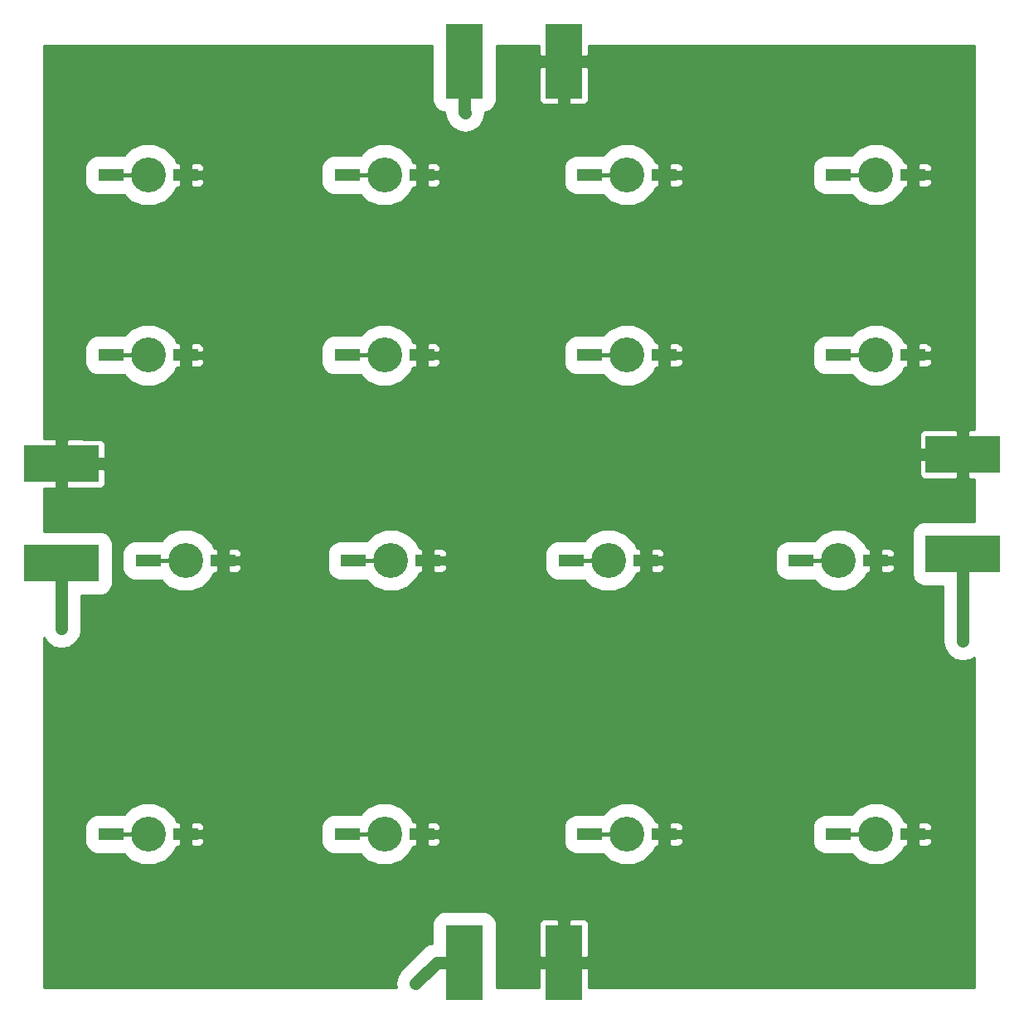
<source format=gbl>
G04 (created by PCBNEW-RS274X (2011-nov-30)-testing) date Sat 18 Aug 2012 05:52:09 PM EDT*
%MOIN*%
G04 Gerber Fmt 3.4, Leading zero omitted, Abs format*
%FSLAX34Y34*%
G01*
G70*
G90*
G04 APERTURE LIST*
%ADD10C,0.006*%
%ADD11C,0.015*%
%ADD12R,0.1X0.05*%
%ADD13C,0.14*%
%ADD14R,0.3X0.15*%
%ADD15R,0.15X0.3*%
%ADD16C,0.035*%
%ADD17C,0.05*%
%ADD18C,0.01*%
G04 APERTURE END LIST*
G54D10*
G54D11*
X74000Y-68000D02*
X74790Y-68000D01*
X64500Y-68000D02*
X65290Y-68000D01*
X93750Y-68000D02*
X94540Y-68000D01*
X83750Y-68000D02*
X84540Y-68000D01*
X66000Y-57000D02*
X66790Y-57000D01*
X92250Y-57000D02*
X93040Y-57000D01*
X83000Y-57000D02*
X83790Y-57000D01*
X74250Y-57000D02*
X75040Y-57000D01*
X64500Y-48750D02*
X65290Y-48750D01*
X93750Y-48750D02*
X94540Y-48750D01*
X83750Y-48750D02*
X84540Y-48750D01*
X74000Y-48750D02*
X74790Y-48750D01*
X64500Y-41500D02*
X65290Y-41500D01*
X93750Y-41500D02*
X94540Y-41500D01*
X83750Y-41500D02*
X84540Y-41500D01*
X74000Y-41500D02*
X74790Y-41500D01*
G54D12*
X77000Y-68000D03*
G54D13*
X75500Y-68000D03*
G54D12*
X74000Y-68000D03*
G54D14*
X98744Y-52724D03*
X98744Y-56724D03*
G54D15*
X82709Y-73154D03*
X78709Y-73154D03*
X82709Y-36933D03*
X78709Y-36933D03*
G54D14*
X62524Y-53118D03*
X62524Y-57118D03*
G54D12*
X67500Y-68000D03*
G54D13*
X66000Y-68000D03*
G54D12*
X64500Y-68000D03*
X96750Y-68000D03*
G54D13*
X95250Y-68000D03*
G54D12*
X93750Y-68000D03*
X86750Y-68000D03*
G54D13*
X85250Y-68000D03*
G54D12*
X83750Y-68000D03*
X69000Y-57000D03*
G54D13*
X67500Y-57000D03*
G54D12*
X66000Y-57000D03*
X95250Y-57000D03*
G54D13*
X93750Y-57000D03*
G54D12*
X92250Y-57000D03*
X86000Y-57000D03*
G54D13*
X84500Y-57000D03*
G54D12*
X83000Y-57000D03*
X77250Y-57000D03*
G54D13*
X75750Y-57000D03*
G54D12*
X74250Y-57000D03*
X67500Y-48750D03*
G54D13*
X66000Y-48750D03*
G54D12*
X64500Y-48750D03*
X96750Y-48750D03*
G54D13*
X95250Y-48750D03*
G54D12*
X93750Y-48750D03*
X86750Y-48750D03*
G54D13*
X85250Y-48750D03*
G54D12*
X83750Y-48750D03*
X77000Y-48750D03*
G54D13*
X75500Y-48750D03*
G54D12*
X74000Y-48750D03*
X67500Y-41500D03*
G54D13*
X66000Y-41500D03*
G54D12*
X64500Y-41500D03*
X96750Y-41500D03*
G54D13*
X95250Y-41500D03*
G54D12*
X93750Y-41500D03*
X86750Y-41500D03*
G54D13*
X85250Y-41500D03*
G54D12*
X83750Y-41500D03*
X77000Y-41500D03*
G54D13*
X75500Y-41500D03*
G54D12*
X74000Y-41500D03*
G54D16*
X76750Y-74000D03*
X98750Y-60250D03*
X78750Y-39000D03*
X62500Y-59750D03*
G54D17*
X78709Y-73154D02*
X77596Y-73154D01*
X77596Y-73154D02*
X76750Y-74000D01*
X98744Y-59500D02*
X98744Y-60244D01*
X98744Y-60244D02*
X98750Y-60250D01*
X98744Y-56724D02*
X98744Y-59500D01*
X98744Y-59500D02*
X98744Y-59994D01*
X98744Y-59994D02*
X98750Y-60000D01*
X78709Y-36933D02*
X78709Y-38959D01*
X78709Y-38959D02*
X78750Y-39000D01*
X62524Y-57118D02*
X62524Y-59726D01*
X62524Y-59726D02*
X62500Y-59750D01*
G54D10*
G36*
X99200Y-74178D02*
X97500Y-74178D01*
X97500Y-68187D01*
X97500Y-67813D01*
X97499Y-67799D01*
X97499Y-67700D01*
X97461Y-67609D01*
X97391Y-67539D01*
X97299Y-67501D01*
X97012Y-67500D01*
X96950Y-67562D01*
X96950Y-67875D01*
X97438Y-67875D01*
X97500Y-67813D01*
X97500Y-68187D01*
X97438Y-68125D01*
X96950Y-68125D01*
X96950Y-68438D01*
X97012Y-68500D01*
X97299Y-68499D01*
X97391Y-68461D01*
X97461Y-68391D01*
X97499Y-68300D01*
X97499Y-68201D01*
X97500Y-68187D01*
X97500Y-74178D01*
X96550Y-74178D01*
X96550Y-68438D01*
X96550Y-68250D01*
X96550Y-68125D01*
X96550Y-67875D01*
X96550Y-67750D01*
X96550Y-67562D01*
X96550Y-49188D01*
X96550Y-49000D01*
X96550Y-48875D01*
X96550Y-48625D01*
X96550Y-48500D01*
X96550Y-48312D01*
X96550Y-41938D01*
X96550Y-41750D01*
X96550Y-41625D01*
X96550Y-41375D01*
X96550Y-41250D01*
X96550Y-41062D01*
X96488Y-41000D01*
X96395Y-41000D01*
X96310Y-40793D01*
X95959Y-40441D01*
X95500Y-40251D01*
X95003Y-40250D01*
X94543Y-40440D01*
X94281Y-40701D01*
X94141Y-40701D01*
X93141Y-40701D01*
X92939Y-40785D01*
X92785Y-40939D01*
X92701Y-41141D01*
X92701Y-41359D01*
X92701Y-41859D01*
X92785Y-42061D01*
X92939Y-42215D01*
X93141Y-42299D01*
X93359Y-42299D01*
X94281Y-42299D01*
X94541Y-42559D01*
X95000Y-42749D01*
X95497Y-42750D01*
X95957Y-42560D01*
X96309Y-42209D01*
X96395Y-41999D01*
X96488Y-42000D01*
X96550Y-41938D01*
X96550Y-48312D01*
X96488Y-48250D01*
X96395Y-48250D01*
X96310Y-48043D01*
X95959Y-47691D01*
X95500Y-47501D01*
X95003Y-47500D01*
X94543Y-47690D01*
X94281Y-47951D01*
X94141Y-47951D01*
X93141Y-47951D01*
X92939Y-48035D01*
X92785Y-48189D01*
X92701Y-48391D01*
X92701Y-48609D01*
X92701Y-49109D01*
X92785Y-49311D01*
X92939Y-49465D01*
X93141Y-49549D01*
X93359Y-49549D01*
X94281Y-49549D01*
X94541Y-49809D01*
X95000Y-49999D01*
X95497Y-50000D01*
X95957Y-49810D01*
X96309Y-49459D01*
X96395Y-49249D01*
X96488Y-49250D01*
X96550Y-49188D01*
X96550Y-67562D01*
X96488Y-67500D01*
X96395Y-67500D01*
X96310Y-67293D01*
X96000Y-66982D01*
X96000Y-57187D01*
X96000Y-56813D01*
X95999Y-56799D01*
X95999Y-56700D01*
X95961Y-56609D01*
X95891Y-56539D01*
X95799Y-56501D01*
X95512Y-56500D01*
X95450Y-56562D01*
X95450Y-56875D01*
X95938Y-56875D01*
X96000Y-56813D01*
X96000Y-57187D01*
X95938Y-57125D01*
X95450Y-57125D01*
X95450Y-57438D01*
X95512Y-57500D01*
X95799Y-57499D01*
X95891Y-57461D01*
X95961Y-57391D01*
X95999Y-57300D01*
X95999Y-57201D01*
X96000Y-57187D01*
X96000Y-66982D01*
X95959Y-66941D01*
X95500Y-66751D01*
X95050Y-66750D01*
X95050Y-57438D01*
X95050Y-57250D01*
X95050Y-57125D01*
X95050Y-56875D01*
X95050Y-56750D01*
X95050Y-56562D01*
X94988Y-56500D01*
X94895Y-56500D01*
X94810Y-56293D01*
X94459Y-55941D01*
X94000Y-55751D01*
X93503Y-55750D01*
X93043Y-55940D01*
X92781Y-56201D01*
X92641Y-56201D01*
X91641Y-56201D01*
X91439Y-56285D01*
X91285Y-56439D01*
X91201Y-56641D01*
X91201Y-56859D01*
X91201Y-57359D01*
X91285Y-57561D01*
X91439Y-57715D01*
X91641Y-57799D01*
X91859Y-57799D01*
X92781Y-57799D01*
X93041Y-58059D01*
X93500Y-58249D01*
X93997Y-58250D01*
X94457Y-58060D01*
X94809Y-57709D01*
X94895Y-57499D01*
X94988Y-57500D01*
X95050Y-57438D01*
X95050Y-66750D01*
X95003Y-66750D01*
X94543Y-66940D01*
X94281Y-67201D01*
X94141Y-67201D01*
X93141Y-67201D01*
X92939Y-67285D01*
X92785Y-67439D01*
X92701Y-67641D01*
X92701Y-67859D01*
X92701Y-68359D01*
X92785Y-68561D01*
X92939Y-68715D01*
X93141Y-68799D01*
X93359Y-68799D01*
X94281Y-68799D01*
X94541Y-69059D01*
X95000Y-69249D01*
X95497Y-69250D01*
X95957Y-69060D01*
X96309Y-68709D01*
X96395Y-68499D01*
X96488Y-68500D01*
X96550Y-68438D01*
X96550Y-74178D01*
X87500Y-74178D01*
X87500Y-68187D01*
X87500Y-67813D01*
X87500Y-48937D01*
X87500Y-48563D01*
X87500Y-41687D01*
X87500Y-41313D01*
X87499Y-41299D01*
X87499Y-41200D01*
X87461Y-41109D01*
X87391Y-41039D01*
X87299Y-41001D01*
X87012Y-41000D01*
X86950Y-41062D01*
X86950Y-41375D01*
X87438Y-41375D01*
X87500Y-41313D01*
X87500Y-41687D01*
X87438Y-41625D01*
X86950Y-41625D01*
X86950Y-41938D01*
X87012Y-42000D01*
X87299Y-41999D01*
X87391Y-41961D01*
X87461Y-41891D01*
X87499Y-41800D01*
X87499Y-41701D01*
X87500Y-41687D01*
X87500Y-48563D01*
X87499Y-48549D01*
X87499Y-48450D01*
X87461Y-48359D01*
X87391Y-48289D01*
X87299Y-48251D01*
X87012Y-48250D01*
X86950Y-48312D01*
X86950Y-48625D01*
X87438Y-48625D01*
X87500Y-48563D01*
X87500Y-48937D01*
X87438Y-48875D01*
X86950Y-48875D01*
X86950Y-49188D01*
X87012Y-49250D01*
X87299Y-49249D01*
X87391Y-49211D01*
X87461Y-49141D01*
X87499Y-49050D01*
X87499Y-48951D01*
X87500Y-48937D01*
X87500Y-67813D01*
X87499Y-67799D01*
X87499Y-67700D01*
X87461Y-67609D01*
X87391Y-67539D01*
X87299Y-67501D01*
X87012Y-67500D01*
X86950Y-67562D01*
X86950Y-67875D01*
X87438Y-67875D01*
X87500Y-67813D01*
X87500Y-68187D01*
X87438Y-68125D01*
X86950Y-68125D01*
X86950Y-68438D01*
X87012Y-68500D01*
X87299Y-68499D01*
X87391Y-68461D01*
X87461Y-68391D01*
X87499Y-68300D01*
X87499Y-68201D01*
X87500Y-68187D01*
X87500Y-74178D01*
X86750Y-74178D01*
X86750Y-57187D01*
X86750Y-56813D01*
X86749Y-56799D01*
X86749Y-56700D01*
X86711Y-56609D01*
X86641Y-56539D01*
X86550Y-56501D01*
X86550Y-49188D01*
X86550Y-49000D01*
X86550Y-48875D01*
X86550Y-48625D01*
X86550Y-48500D01*
X86550Y-48312D01*
X86550Y-41938D01*
X86550Y-41750D01*
X86550Y-41625D01*
X86550Y-41375D01*
X86550Y-41250D01*
X86550Y-41062D01*
X86488Y-41000D01*
X86395Y-41000D01*
X86310Y-40793D01*
X85959Y-40441D01*
X85500Y-40251D01*
X85003Y-40250D01*
X84543Y-40440D01*
X84281Y-40701D01*
X84141Y-40701D01*
X83709Y-40701D01*
X83709Y-37195D01*
X83647Y-37133D01*
X82909Y-37133D01*
X82909Y-38621D01*
X82971Y-38683D01*
X83508Y-38682D01*
X83600Y-38644D01*
X83670Y-38574D01*
X83708Y-38483D01*
X83708Y-38384D01*
X83709Y-37195D01*
X83709Y-40701D01*
X83141Y-40701D01*
X82939Y-40785D01*
X82785Y-40939D01*
X82701Y-41141D01*
X82701Y-41359D01*
X82701Y-41859D01*
X82785Y-42061D01*
X82939Y-42215D01*
X83141Y-42299D01*
X83359Y-42299D01*
X84281Y-42299D01*
X84541Y-42559D01*
X85000Y-42749D01*
X85497Y-42750D01*
X85957Y-42560D01*
X86309Y-42209D01*
X86395Y-41999D01*
X86488Y-42000D01*
X86550Y-41938D01*
X86550Y-48312D01*
X86488Y-48250D01*
X86395Y-48250D01*
X86310Y-48043D01*
X85959Y-47691D01*
X85500Y-47501D01*
X85003Y-47500D01*
X84543Y-47690D01*
X84281Y-47951D01*
X84141Y-47951D01*
X83141Y-47951D01*
X82939Y-48035D01*
X82785Y-48189D01*
X82701Y-48391D01*
X82701Y-48609D01*
X82701Y-49109D01*
X82785Y-49311D01*
X82939Y-49465D01*
X83141Y-49549D01*
X83359Y-49549D01*
X84281Y-49549D01*
X84541Y-49809D01*
X85000Y-49999D01*
X85497Y-50000D01*
X85957Y-49810D01*
X86309Y-49459D01*
X86395Y-49249D01*
X86488Y-49250D01*
X86550Y-49188D01*
X86550Y-56501D01*
X86549Y-56501D01*
X86262Y-56500D01*
X86200Y-56562D01*
X86200Y-56875D01*
X86688Y-56875D01*
X86750Y-56813D01*
X86750Y-57187D01*
X86688Y-57125D01*
X86200Y-57125D01*
X86200Y-57438D01*
X86262Y-57500D01*
X86549Y-57499D01*
X86641Y-57461D01*
X86711Y-57391D01*
X86749Y-57300D01*
X86749Y-57201D01*
X86750Y-57187D01*
X86750Y-74178D01*
X86550Y-74178D01*
X86550Y-68438D01*
X86550Y-68250D01*
X86550Y-68125D01*
X86550Y-67875D01*
X86550Y-67750D01*
X86550Y-67562D01*
X86488Y-67500D01*
X86395Y-67500D01*
X86310Y-67293D01*
X85959Y-66941D01*
X85800Y-66875D01*
X85800Y-57438D01*
X85800Y-57250D01*
X85800Y-57125D01*
X85800Y-56875D01*
X85800Y-56750D01*
X85800Y-56562D01*
X85738Y-56500D01*
X85645Y-56500D01*
X85560Y-56293D01*
X85209Y-55941D01*
X84750Y-55751D01*
X84253Y-55750D01*
X83793Y-55940D01*
X83531Y-56201D01*
X83391Y-56201D01*
X82509Y-56201D01*
X82509Y-38621D01*
X82509Y-37133D01*
X81771Y-37133D01*
X81709Y-37195D01*
X81710Y-38384D01*
X81710Y-38483D01*
X81748Y-38574D01*
X81818Y-38644D01*
X81910Y-38682D01*
X82447Y-38683D01*
X82509Y-38621D01*
X82509Y-56201D01*
X82391Y-56201D01*
X82189Y-56285D01*
X82035Y-56439D01*
X81951Y-56641D01*
X81951Y-56859D01*
X81951Y-57359D01*
X82035Y-57561D01*
X82189Y-57715D01*
X82391Y-57799D01*
X82609Y-57799D01*
X83531Y-57799D01*
X83791Y-58059D01*
X84250Y-58249D01*
X84747Y-58250D01*
X85207Y-58060D01*
X85559Y-57709D01*
X85645Y-57499D01*
X85738Y-57500D01*
X85800Y-57438D01*
X85800Y-66875D01*
X85500Y-66751D01*
X85003Y-66750D01*
X84543Y-66940D01*
X84281Y-67201D01*
X84141Y-67201D01*
X83141Y-67201D01*
X82939Y-67285D01*
X82785Y-67439D01*
X82701Y-67641D01*
X82701Y-67859D01*
X82701Y-68359D01*
X82785Y-68561D01*
X82939Y-68715D01*
X83141Y-68799D01*
X83359Y-68799D01*
X84281Y-68799D01*
X84541Y-69059D01*
X85000Y-69249D01*
X85497Y-69250D01*
X85957Y-69060D01*
X86309Y-68709D01*
X86395Y-68499D01*
X86488Y-68500D01*
X86550Y-68438D01*
X86550Y-74178D01*
X83708Y-74178D01*
X83709Y-73416D01*
X83709Y-72892D01*
X83708Y-71703D01*
X83708Y-71604D01*
X83670Y-71513D01*
X83600Y-71443D01*
X83508Y-71405D01*
X82971Y-71404D01*
X82909Y-71466D01*
X82909Y-72954D01*
X83647Y-72954D01*
X83709Y-72892D01*
X83709Y-73416D01*
X83647Y-73354D01*
X82959Y-73354D01*
X82909Y-73354D01*
X82509Y-73354D01*
X82509Y-72954D01*
X82509Y-71466D01*
X82447Y-71404D01*
X81910Y-71405D01*
X81818Y-71443D01*
X81748Y-71513D01*
X81710Y-71604D01*
X81710Y-71703D01*
X81709Y-72892D01*
X81771Y-72954D01*
X82509Y-72954D01*
X82509Y-73354D01*
X82459Y-73354D01*
X81771Y-73354D01*
X81709Y-73416D01*
X81709Y-74178D01*
X80008Y-74178D01*
X80008Y-71545D01*
X79924Y-71343D01*
X79770Y-71189D01*
X79568Y-71105D01*
X79350Y-71105D01*
X78000Y-71105D01*
X78000Y-57187D01*
X78000Y-56813D01*
X77999Y-56799D01*
X77999Y-56700D01*
X77961Y-56609D01*
X77891Y-56539D01*
X77799Y-56501D01*
X77750Y-56500D01*
X77750Y-48937D01*
X77750Y-48563D01*
X77750Y-41687D01*
X77750Y-41313D01*
X77749Y-41299D01*
X77749Y-41200D01*
X77711Y-41109D01*
X77641Y-41039D01*
X77549Y-41001D01*
X77262Y-41000D01*
X77200Y-41062D01*
X77200Y-41375D01*
X77688Y-41375D01*
X77750Y-41313D01*
X77750Y-41687D01*
X77688Y-41625D01*
X77200Y-41625D01*
X77200Y-41938D01*
X77262Y-42000D01*
X77549Y-41999D01*
X77641Y-41961D01*
X77711Y-41891D01*
X77749Y-41800D01*
X77749Y-41701D01*
X77750Y-41687D01*
X77750Y-48563D01*
X77749Y-48549D01*
X77749Y-48450D01*
X77711Y-48359D01*
X77641Y-48289D01*
X77549Y-48251D01*
X77262Y-48250D01*
X77200Y-48312D01*
X77200Y-48625D01*
X77688Y-48625D01*
X77750Y-48563D01*
X77750Y-48937D01*
X77688Y-48875D01*
X77200Y-48875D01*
X77200Y-49188D01*
X77262Y-49250D01*
X77549Y-49249D01*
X77641Y-49211D01*
X77711Y-49141D01*
X77749Y-49050D01*
X77749Y-48951D01*
X77750Y-48937D01*
X77750Y-56500D01*
X77512Y-56500D01*
X77450Y-56562D01*
X77450Y-56875D01*
X77938Y-56875D01*
X78000Y-56813D01*
X78000Y-57187D01*
X77938Y-57125D01*
X77450Y-57125D01*
X77450Y-57438D01*
X77512Y-57500D01*
X77799Y-57499D01*
X77891Y-57461D01*
X77961Y-57391D01*
X77999Y-57300D01*
X77999Y-57201D01*
X78000Y-57187D01*
X78000Y-71105D01*
X77850Y-71105D01*
X77750Y-71146D01*
X77750Y-68187D01*
X77750Y-67813D01*
X77749Y-67799D01*
X77749Y-67700D01*
X77711Y-67609D01*
X77641Y-67539D01*
X77549Y-67501D01*
X77262Y-67500D01*
X77200Y-67562D01*
X77200Y-67875D01*
X77688Y-67875D01*
X77750Y-67813D01*
X77750Y-68187D01*
X77688Y-68125D01*
X77200Y-68125D01*
X77200Y-68438D01*
X77262Y-68500D01*
X77549Y-68499D01*
X77641Y-68461D01*
X77711Y-68391D01*
X77749Y-68300D01*
X77749Y-68201D01*
X77750Y-68187D01*
X77750Y-71146D01*
X77648Y-71189D01*
X77494Y-71343D01*
X77410Y-71545D01*
X77410Y-71763D01*
X77410Y-72391D01*
X77290Y-72415D01*
X77050Y-72574D01*
X77050Y-57438D01*
X77050Y-57250D01*
X77050Y-57125D01*
X77050Y-56875D01*
X77050Y-56750D01*
X77050Y-56562D01*
X76988Y-56500D01*
X76895Y-56500D01*
X76810Y-56293D01*
X76800Y-56282D01*
X76800Y-49188D01*
X76800Y-49000D01*
X76800Y-48875D01*
X76800Y-48625D01*
X76800Y-48500D01*
X76800Y-48312D01*
X76800Y-41938D01*
X76800Y-41750D01*
X76800Y-41625D01*
X76800Y-41375D01*
X76800Y-41250D01*
X76800Y-41062D01*
X76738Y-41000D01*
X76645Y-41000D01*
X76560Y-40793D01*
X76209Y-40441D01*
X75750Y-40251D01*
X75253Y-40250D01*
X74793Y-40440D01*
X74531Y-40701D01*
X74391Y-40701D01*
X73391Y-40701D01*
X73189Y-40785D01*
X73035Y-40939D01*
X72951Y-41141D01*
X72951Y-41359D01*
X72951Y-41859D01*
X73035Y-42061D01*
X73189Y-42215D01*
X73391Y-42299D01*
X73609Y-42299D01*
X74531Y-42299D01*
X74791Y-42559D01*
X75250Y-42749D01*
X75747Y-42750D01*
X76207Y-42560D01*
X76559Y-42209D01*
X76645Y-41999D01*
X76738Y-42000D01*
X76800Y-41938D01*
X76800Y-48312D01*
X76738Y-48250D01*
X76645Y-48250D01*
X76560Y-48043D01*
X76209Y-47691D01*
X75750Y-47501D01*
X75253Y-47500D01*
X74793Y-47690D01*
X74531Y-47951D01*
X74391Y-47951D01*
X73391Y-47951D01*
X73189Y-48035D01*
X73035Y-48189D01*
X72951Y-48391D01*
X72951Y-48609D01*
X72951Y-49109D01*
X73035Y-49311D01*
X73189Y-49465D01*
X73391Y-49549D01*
X73609Y-49549D01*
X74531Y-49549D01*
X74791Y-49809D01*
X75250Y-49999D01*
X75747Y-50000D01*
X76207Y-49810D01*
X76559Y-49459D01*
X76645Y-49249D01*
X76738Y-49250D01*
X76800Y-49188D01*
X76800Y-56282D01*
X76459Y-55941D01*
X76000Y-55751D01*
X75503Y-55750D01*
X75043Y-55940D01*
X74781Y-56201D01*
X74641Y-56201D01*
X73641Y-56201D01*
X73439Y-56285D01*
X73285Y-56439D01*
X73201Y-56641D01*
X73201Y-56859D01*
X73201Y-57359D01*
X73285Y-57561D01*
X73439Y-57715D01*
X73641Y-57799D01*
X73859Y-57799D01*
X74781Y-57799D01*
X75041Y-58059D01*
X75500Y-58249D01*
X75997Y-58250D01*
X76457Y-58060D01*
X76809Y-57709D01*
X76895Y-57499D01*
X76988Y-57500D01*
X77050Y-57438D01*
X77050Y-72574D01*
X77030Y-72588D01*
X77028Y-72590D01*
X76800Y-72818D01*
X76800Y-68438D01*
X76800Y-68250D01*
X76800Y-68125D01*
X76800Y-67875D01*
X76800Y-67750D01*
X76800Y-67562D01*
X76738Y-67500D01*
X76645Y-67500D01*
X76560Y-67293D01*
X76209Y-66941D01*
X75750Y-66751D01*
X75253Y-66750D01*
X74793Y-66940D01*
X74531Y-67201D01*
X74391Y-67201D01*
X73391Y-67201D01*
X73189Y-67285D01*
X73035Y-67439D01*
X72951Y-67641D01*
X72951Y-67859D01*
X72951Y-68359D01*
X73035Y-68561D01*
X73189Y-68715D01*
X73391Y-68799D01*
X73609Y-68799D01*
X74531Y-68799D01*
X74791Y-69059D01*
X75250Y-69249D01*
X75747Y-69250D01*
X76207Y-69060D01*
X76559Y-68709D01*
X76645Y-68499D01*
X76738Y-68500D01*
X76800Y-68438D01*
X76800Y-72818D01*
X76184Y-73434D01*
X76011Y-73694D01*
X75950Y-74000D01*
X75985Y-74178D01*
X69750Y-74178D01*
X69750Y-57187D01*
X69750Y-56813D01*
X69749Y-56799D01*
X69749Y-56700D01*
X69711Y-56609D01*
X69641Y-56539D01*
X69549Y-56501D01*
X69262Y-56500D01*
X69200Y-56562D01*
X69200Y-56875D01*
X69688Y-56875D01*
X69750Y-56813D01*
X69750Y-57187D01*
X69688Y-57125D01*
X69200Y-57125D01*
X69200Y-57438D01*
X69262Y-57500D01*
X69549Y-57499D01*
X69641Y-57461D01*
X69711Y-57391D01*
X69749Y-57300D01*
X69749Y-57201D01*
X69750Y-57187D01*
X69750Y-74178D01*
X68800Y-74178D01*
X68800Y-57438D01*
X68800Y-57250D01*
X68800Y-57125D01*
X68800Y-56875D01*
X68800Y-56750D01*
X68800Y-56562D01*
X68738Y-56500D01*
X68645Y-56500D01*
X68560Y-56293D01*
X68250Y-55982D01*
X68250Y-48937D01*
X68250Y-48563D01*
X68250Y-41687D01*
X68250Y-41313D01*
X68249Y-41299D01*
X68249Y-41200D01*
X68211Y-41109D01*
X68141Y-41039D01*
X68049Y-41001D01*
X67762Y-41000D01*
X67700Y-41062D01*
X67700Y-41375D01*
X68188Y-41375D01*
X68250Y-41313D01*
X68250Y-41687D01*
X68188Y-41625D01*
X67700Y-41625D01*
X67700Y-41938D01*
X67762Y-42000D01*
X68049Y-41999D01*
X68141Y-41961D01*
X68211Y-41891D01*
X68249Y-41800D01*
X68249Y-41701D01*
X68250Y-41687D01*
X68250Y-48563D01*
X68249Y-48549D01*
X68249Y-48450D01*
X68211Y-48359D01*
X68141Y-48289D01*
X68049Y-48251D01*
X67762Y-48250D01*
X67700Y-48312D01*
X67700Y-48625D01*
X68188Y-48625D01*
X68250Y-48563D01*
X68250Y-48937D01*
X68188Y-48875D01*
X67700Y-48875D01*
X67700Y-49188D01*
X67762Y-49250D01*
X68049Y-49249D01*
X68141Y-49211D01*
X68211Y-49141D01*
X68249Y-49050D01*
X68249Y-48951D01*
X68250Y-48937D01*
X68250Y-55982D01*
X68209Y-55941D01*
X67750Y-55751D01*
X67300Y-55750D01*
X67300Y-49188D01*
X67300Y-49000D01*
X67300Y-48875D01*
X67300Y-48625D01*
X67300Y-48500D01*
X67300Y-48312D01*
X67300Y-41938D01*
X67300Y-41750D01*
X67300Y-41625D01*
X67300Y-41375D01*
X67300Y-41250D01*
X67300Y-41062D01*
X67238Y-41000D01*
X67145Y-41000D01*
X67060Y-40793D01*
X66709Y-40441D01*
X66250Y-40251D01*
X65753Y-40250D01*
X65293Y-40440D01*
X65031Y-40701D01*
X64891Y-40701D01*
X63891Y-40701D01*
X63689Y-40785D01*
X63535Y-40939D01*
X63451Y-41141D01*
X63451Y-41359D01*
X63451Y-41859D01*
X63535Y-42061D01*
X63689Y-42215D01*
X63891Y-42299D01*
X64109Y-42299D01*
X65031Y-42299D01*
X65291Y-42559D01*
X65750Y-42749D01*
X66247Y-42750D01*
X66707Y-42560D01*
X67059Y-42209D01*
X67145Y-41999D01*
X67238Y-42000D01*
X67300Y-41938D01*
X67300Y-48312D01*
X67238Y-48250D01*
X67145Y-48250D01*
X67060Y-48043D01*
X66709Y-47691D01*
X66250Y-47501D01*
X65753Y-47500D01*
X65293Y-47690D01*
X65031Y-47951D01*
X64891Y-47951D01*
X63891Y-47951D01*
X63689Y-48035D01*
X63535Y-48189D01*
X63451Y-48391D01*
X63451Y-48609D01*
X63451Y-49109D01*
X63535Y-49311D01*
X63689Y-49465D01*
X63891Y-49549D01*
X64109Y-49549D01*
X65031Y-49549D01*
X65291Y-49809D01*
X65750Y-49999D01*
X66247Y-50000D01*
X66707Y-49810D01*
X67059Y-49459D01*
X67145Y-49249D01*
X67238Y-49250D01*
X67300Y-49188D01*
X67300Y-55750D01*
X67253Y-55750D01*
X66793Y-55940D01*
X66531Y-56201D01*
X66391Y-56201D01*
X65391Y-56201D01*
X65189Y-56285D01*
X65035Y-56439D01*
X64951Y-56641D01*
X64951Y-56859D01*
X64951Y-57359D01*
X65035Y-57561D01*
X65189Y-57715D01*
X65391Y-57799D01*
X65609Y-57799D01*
X66531Y-57799D01*
X66791Y-58059D01*
X67250Y-58249D01*
X67747Y-58250D01*
X68207Y-58060D01*
X68559Y-57709D01*
X68645Y-57499D01*
X68738Y-57500D01*
X68800Y-57438D01*
X68800Y-74178D01*
X68250Y-74178D01*
X68250Y-68187D01*
X68250Y-67813D01*
X68249Y-67799D01*
X68249Y-67700D01*
X68211Y-67609D01*
X68141Y-67539D01*
X68049Y-67501D01*
X67762Y-67500D01*
X67700Y-67562D01*
X67700Y-67875D01*
X68188Y-67875D01*
X68250Y-67813D01*
X68250Y-68187D01*
X68188Y-68125D01*
X67700Y-68125D01*
X67700Y-68438D01*
X67762Y-68500D01*
X68049Y-68499D01*
X68141Y-68461D01*
X68211Y-68391D01*
X68249Y-68300D01*
X68249Y-68201D01*
X68250Y-68187D01*
X68250Y-74178D01*
X67300Y-74178D01*
X67300Y-68438D01*
X67300Y-68250D01*
X67300Y-68125D01*
X67300Y-67875D01*
X67300Y-67750D01*
X67300Y-67562D01*
X67238Y-67500D01*
X67145Y-67500D01*
X67060Y-67293D01*
X66709Y-66941D01*
X66250Y-66751D01*
X65753Y-66750D01*
X65293Y-66940D01*
X65031Y-67201D01*
X64891Y-67201D01*
X63891Y-67201D01*
X63689Y-67285D01*
X63535Y-67439D01*
X63451Y-67641D01*
X63451Y-67859D01*
X63451Y-68359D01*
X63535Y-68561D01*
X63689Y-68715D01*
X63891Y-68799D01*
X64109Y-68799D01*
X65031Y-68799D01*
X65291Y-69059D01*
X65750Y-69249D01*
X66247Y-69250D01*
X66707Y-69060D01*
X67059Y-68709D01*
X67145Y-68499D01*
X67238Y-68500D01*
X67300Y-68438D01*
X67300Y-74178D01*
X61800Y-74178D01*
X61800Y-60114D01*
X61934Y-60316D01*
X62194Y-60489D01*
X62500Y-60550D01*
X62806Y-60489D01*
X63066Y-60316D01*
X63087Y-60293D01*
X63089Y-60292D01*
X63090Y-60292D01*
X63262Y-60033D01*
X63263Y-60032D01*
X63311Y-59788D01*
X63324Y-59727D01*
X63323Y-59726D01*
X63324Y-59726D01*
X63324Y-58417D01*
X64133Y-58417D01*
X64335Y-58333D01*
X64489Y-58179D01*
X64573Y-57977D01*
X64573Y-57759D01*
X64573Y-56259D01*
X64489Y-56057D01*
X64335Y-55903D01*
X64274Y-55877D01*
X64274Y-53380D01*
X64274Y-52856D01*
X64273Y-52319D01*
X64235Y-52227D01*
X64165Y-52157D01*
X64074Y-52119D01*
X63975Y-52119D01*
X62786Y-52118D01*
X62724Y-52180D01*
X62724Y-52918D01*
X64212Y-52918D01*
X64274Y-52856D01*
X64274Y-53380D01*
X64212Y-53318D01*
X62724Y-53318D01*
X62724Y-54056D01*
X62786Y-54118D01*
X63975Y-54117D01*
X64074Y-54117D01*
X64165Y-54079D01*
X64235Y-54009D01*
X64273Y-53917D01*
X64274Y-53380D01*
X64274Y-55877D01*
X64133Y-55819D01*
X63915Y-55819D01*
X61800Y-55819D01*
X61800Y-54117D01*
X62262Y-54118D01*
X62324Y-54056D01*
X62324Y-53368D01*
X62324Y-53318D01*
X62324Y-52918D01*
X62324Y-52868D01*
X62324Y-52180D01*
X62262Y-52118D01*
X61800Y-52118D01*
X61800Y-36300D01*
X77410Y-36300D01*
X77410Y-38542D01*
X77494Y-38744D01*
X77648Y-38898D01*
X77850Y-38982D01*
X77913Y-38982D01*
X77970Y-39265D01*
X78143Y-39525D01*
X78184Y-39565D01*
X78443Y-39738D01*
X78749Y-39800D01*
X79055Y-39738D01*
X79315Y-39565D01*
X79488Y-39305D01*
X79550Y-38999D01*
X79546Y-38982D01*
X79568Y-38982D01*
X79770Y-38898D01*
X79924Y-38744D01*
X80008Y-38542D01*
X80008Y-38324D01*
X80008Y-36300D01*
X81709Y-36300D01*
X81709Y-36671D01*
X81771Y-36733D01*
X82459Y-36733D01*
X82509Y-36733D01*
X82909Y-36733D01*
X82959Y-36733D01*
X83647Y-36733D01*
X83709Y-36671D01*
X83708Y-36300D01*
X99200Y-36300D01*
X99200Y-51724D01*
X99006Y-51724D01*
X98944Y-51786D01*
X98944Y-52474D01*
X98944Y-52524D01*
X98944Y-52924D01*
X98944Y-52974D01*
X98944Y-53662D01*
X99006Y-53724D01*
X99200Y-53723D01*
X99200Y-55425D01*
X98544Y-55425D01*
X98544Y-53662D01*
X98544Y-52924D01*
X98544Y-52524D01*
X98544Y-51786D01*
X98482Y-51724D01*
X97500Y-51724D01*
X97500Y-48937D01*
X97500Y-48563D01*
X97500Y-41687D01*
X97500Y-41313D01*
X97499Y-41299D01*
X97499Y-41200D01*
X97461Y-41109D01*
X97391Y-41039D01*
X97299Y-41001D01*
X97012Y-41000D01*
X96950Y-41062D01*
X96950Y-41375D01*
X97438Y-41375D01*
X97500Y-41313D01*
X97500Y-41687D01*
X97438Y-41625D01*
X96950Y-41625D01*
X96950Y-41938D01*
X97012Y-42000D01*
X97299Y-41999D01*
X97391Y-41961D01*
X97461Y-41891D01*
X97499Y-41800D01*
X97499Y-41701D01*
X97500Y-41687D01*
X97500Y-48563D01*
X97499Y-48549D01*
X97499Y-48450D01*
X97461Y-48359D01*
X97391Y-48289D01*
X97299Y-48251D01*
X97012Y-48250D01*
X96950Y-48312D01*
X96950Y-48625D01*
X97438Y-48625D01*
X97500Y-48563D01*
X97500Y-48937D01*
X97438Y-48875D01*
X96950Y-48875D01*
X96950Y-49188D01*
X97012Y-49250D01*
X97299Y-49249D01*
X97391Y-49211D01*
X97461Y-49141D01*
X97499Y-49050D01*
X97499Y-48951D01*
X97500Y-48937D01*
X97500Y-51724D01*
X97293Y-51725D01*
X97194Y-51725D01*
X97103Y-51763D01*
X97033Y-51833D01*
X96995Y-51925D01*
X96994Y-52462D01*
X97056Y-52524D01*
X98544Y-52524D01*
X98544Y-52924D01*
X97056Y-52924D01*
X96994Y-52986D01*
X96995Y-53523D01*
X97033Y-53615D01*
X97103Y-53685D01*
X97194Y-53723D01*
X97293Y-53723D01*
X98482Y-53724D01*
X98544Y-53662D01*
X98544Y-55425D01*
X97135Y-55425D01*
X96933Y-55509D01*
X96779Y-55663D01*
X96695Y-55865D01*
X96695Y-56083D01*
X96695Y-57583D01*
X96779Y-57785D01*
X96933Y-57939D01*
X97135Y-58023D01*
X97353Y-58023D01*
X97944Y-58023D01*
X97944Y-59500D01*
X97944Y-59994D01*
X97944Y-60244D01*
X98005Y-60550D01*
X98178Y-60810D01*
X98184Y-60815D01*
X98443Y-60989D01*
X98750Y-61050D01*
X99056Y-60989D01*
X99200Y-60892D01*
X99200Y-74178D01*
X99200Y-74178D01*
G37*
G54D18*
X99200Y-74178D02*
X97500Y-74178D01*
X97500Y-68187D01*
X97500Y-67813D01*
X97499Y-67799D01*
X97499Y-67700D01*
X97461Y-67609D01*
X97391Y-67539D01*
X97299Y-67501D01*
X97012Y-67500D01*
X96950Y-67562D01*
X96950Y-67875D01*
X97438Y-67875D01*
X97500Y-67813D01*
X97500Y-68187D01*
X97438Y-68125D01*
X96950Y-68125D01*
X96950Y-68438D01*
X97012Y-68500D01*
X97299Y-68499D01*
X97391Y-68461D01*
X97461Y-68391D01*
X97499Y-68300D01*
X97499Y-68201D01*
X97500Y-68187D01*
X97500Y-74178D01*
X96550Y-74178D01*
X96550Y-68438D01*
X96550Y-68250D01*
X96550Y-68125D01*
X96550Y-67875D01*
X96550Y-67750D01*
X96550Y-67562D01*
X96550Y-49188D01*
X96550Y-49000D01*
X96550Y-48875D01*
X96550Y-48625D01*
X96550Y-48500D01*
X96550Y-48312D01*
X96550Y-41938D01*
X96550Y-41750D01*
X96550Y-41625D01*
X96550Y-41375D01*
X96550Y-41250D01*
X96550Y-41062D01*
X96488Y-41000D01*
X96395Y-41000D01*
X96310Y-40793D01*
X95959Y-40441D01*
X95500Y-40251D01*
X95003Y-40250D01*
X94543Y-40440D01*
X94281Y-40701D01*
X94141Y-40701D01*
X93141Y-40701D01*
X92939Y-40785D01*
X92785Y-40939D01*
X92701Y-41141D01*
X92701Y-41359D01*
X92701Y-41859D01*
X92785Y-42061D01*
X92939Y-42215D01*
X93141Y-42299D01*
X93359Y-42299D01*
X94281Y-42299D01*
X94541Y-42559D01*
X95000Y-42749D01*
X95497Y-42750D01*
X95957Y-42560D01*
X96309Y-42209D01*
X96395Y-41999D01*
X96488Y-42000D01*
X96550Y-41938D01*
X96550Y-48312D01*
X96488Y-48250D01*
X96395Y-48250D01*
X96310Y-48043D01*
X95959Y-47691D01*
X95500Y-47501D01*
X95003Y-47500D01*
X94543Y-47690D01*
X94281Y-47951D01*
X94141Y-47951D01*
X93141Y-47951D01*
X92939Y-48035D01*
X92785Y-48189D01*
X92701Y-48391D01*
X92701Y-48609D01*
X92701Y-49109D01*
X92785Y-49311D01*
X92939Y-49465D01*
X93141Y-49549D01*
X93359Y-49549D01*
X94281Y-49549D01*
X94541Y-49809D01*
X95000Y-49999D01*
X95497Y-50000D01*
X95957Y-49810D01*
X96309Y-49459D01*
X96395Y-49249D01*
X96488Y-49250D01*
X96550Y-49188D01*
X96550Y-67562D01*
X96488Y-67500D01*
X96395Y-67500D01*
X96310Y-67293D01*
X96000Y-66982D01*
X96000Y-57187D01*
X96000Y-56813D01*
X95999Y-56799D01*
X95999Y-56700D01*
X95961Y-56609D01*
X95891Y-56539D01*
X95799Y-56501D01*
X95512Y-56500D01*
X95450Y-56562D01*
X95450Y-56875D01*
X95938Y-56875D01*
X96000Y-56813D01*
X96000Y-57187D01*
X95938Y-57125D01*
X95450Y-57125D01*
X95450Y-57438D01*
X95512Y-57500D01*
X95799Y-57499D01*
X95891Y-57461D01*
X95961Y-57391D01*
X95999Y-57300D01*
X95999Y-57201D01*
X96000Y-57187D01*
X96000Y-66982D01*
X95959Y-66941D01*
X95500Y-66751D01*
X95050Y-66750D01*
X95050Y-57438D01*
X95050Y-57250D01*
X95050Y-57125D01*
X95050Y-56875D01*
X95050Y-56750D01*
X95050Y-56562D01*
X94988Y-56500D01*
X94895Y-56500D01*
X94810Y-56293D01*
X94459Y-55941D01*
X94000Y-55751D01*
X93503Y-55750D01*
X93043Y-55940D01*
X92781Y-56201D01*
X92641Y-56201D01*
X91641Y-56201D01*
X91439Y-56285D01*
X91285Y-56439D01*
X91201Y-56641D01*
X91201Y-56859D01*
X91201Y-57359D01*
X91285Y-57561D01*
X91439Y-57715D01*
X91641Y-57799D01*
X91859Y-57799D01*
X92781Y-57799D01*
X93041Y-58059D01*
X93500Y-58249D01*
X93997Y-58250D01*
X94457Y-58060D01*
X94809Y-57709D01*
X94895Y-57499D01*
X94988Y-57500D01*
X95050Y-57438D01*
X95050Y-66750D01*
X95003Y-66750D01*
X94543Y-66940D01*
X94281Y-67201D01*
X94141Y-67201D01*
X93141Y-67201D01*
X92939Y-67285D01*
X92785Y-67439D01*
X92701Y-67641D01*
X92701Y-67859D01*
X92701Y-68359D01*
X92785Y-68561D01*
X92939Y-68715D01*
X93141Y-68799D01*
X93359Y-68799D01*
X94281Y-68799D01*
X94541Y-69059D01*
X95000Y-69249D01*
X95497Y-69250D01*
X95957Y-69060D01*
X96309Y-68709D01*
X96395Y-68499D01*
X96488Y-68500D01*
X96550Y-68438D01*
X96550Y-74178D01*
X87500Y-74178D01*
X87500Y-68187D01*
X87500Y-67813D01*
X87500Y-48937D01*
X87500Y-48563D01*
X87500Y-41687D01*
X87500Y-41313D01*
X87499Y-41299D01*
X87499Y-41200D01*
X87461Y-41109D01*
X87391Y-41039D01*
X87299Y-41001D01*
X87012Y-41000D01*
X86950Y-41062D01*
X86950Y-41375D01*
X87438Y-41375D01*
X87500Y-41313D01*
X87500Y-41687D01*
X87438Y-41625D01*
X86950Y-41625D01*
X86950Y-41938D01*
X87012Y-42000D01*
X87299Y-41999D01*
X87391Y-41961D01*
X87461Y-41891D01*
X87499Y-41800D01*
X87499Y-41701D01*
X87500Y-41687D01*
X87500Y-48563D01*
X87499Y-48549D01*
X87499Y-48450D01*
X87461Y-48359D01*
X87391Y-48289D01*
X87299Y-48251D01*
X87012Y-48250D01*
X86950Y-48312D01*
X86950Y-48625D01*
X87438Y-48625D01*
X87500Y-48563D01*
X87500Y-48937D01*
X87438Y-48875D01*
X86950Y-48875D01*
X86950Y-49188D01*
X87012Y-49250D01*
X87299Y-49249D01*
X87391Y-49211D01*
X87461Y-49141D01*
X87499Y-49050D01*
X87499Y-48951D01*
X87500Y-48937D01*
X87500Y-67813D01*
X87499Y-67799D01*
X87499Y-67700D01*
X87461Y-67609D01*
X87391Y-67539D01*
X87299Y-67501D01*
X87012Y-67500D01*
X86950Y-67562D01*
X86950Y-67875D01*
X87438Y-67875D01*
X87500Y-67813D01*
X87500Y-68187D01*
X87438Y-68125D01*
X86950Y-68125D01*
X86950Y-68438D01*
X87012Y-68500D01*
X87299Y-68499D01*
X87391Y-68461D01*
X87461Y-68391D01*
X87499Y-68300D01*
X87499Y-68201D01*
X87500Y-68187D01*
X87500Y-74178D01*
X86750Y-74178D01*
X86750Y-57187D01*
X86750Y-56813D01*
X86749Y-56799D01*
X86749Y-56700D01*
X86711Y-56609D01*
X86641Y-56539D01*
X86550Y-56501D01*
X86550Y-49188D01*
X86550Y-49000D01*
X86550Y-48875D01*
X86550Y-48625D01*
X86550Y-48500D01*
X86550Y-48312D01*
X86550Y-41938D01*
X86550Y-41750D01*
X86550Y-41625D01*
X86550Y-41375D01*
X86550Y-41250D01*
X86550Y-41062D01*
X86488Y-41000D01*
X86395Y-41000D01*
X86310Y-40793D01*
X85959Y-40441D01*
X85500Y-40251D01*
X85003Y-40250D01*
X84543Y-40440D01*
X84281Y-40701D01*
X84141Y-40701D01*
X83709Y-40701D01*
X83709Y-37195D01*
X83647Y-37133D01*
X82909Y-37133D01*
X82909Y-38621D01*
X82971Y-38683D01*
X83508Y-38682D01*
X83600Y-38644D01*
X83670Y-38574D01*
X83708Y-38483D01*
X83708Y-38384D01*
X83709Y-37195D01*
X83709Y-40701D01*
X83141Y-40701D01*
X82939Y-40785D01*
X82785Y-40939D01*
X82701Y-41141D01*
X82701Y-41359D01*
X82701Y-41859D01*
X82785Y-42061D01*
X82939Y-42215D01*
X83141Y-42299D01*
X83359Y-42299D01*
X84281Y-42299D01*
X84541Y-42559D01*
X85000Y-42749D01*
X85497Y-42750D01*
X85957Y-42560D01*
X86309Y-42209D01*
X86395Y-41999D01*
X86488Y-42000D01*
X86550Y-41938D01*
X86550Y-48312D01*
X86488Y-48250D01*
X86395Y-48250D01*
X86310Y-48043D01*
X85959Y-47691D01*
X85500Y-47501D01*
X85003Y-47500D01*
X84543Y-47690D01*
X84281Y-47951D01*
X84141Y-47951D01*
X83141Y-47951D01*
X82939Y-48035D01*
X82785Y-48189D01*
X82701Y-48391D01*
X82701Y-48609D01*
X82701Y-49109D01*
X82785Y-49311D01*
X82939Y-49465D01*
X83141Y-49549D01*
X83359Y-49549D01*
X84281Y-49549D01*
X84541Y-49809D01*
X85000Y-49999D01*
X85497Y-50000D01*
X85957Y-49810D01*
X86309Y-49459D01*
X86395Y-49249D01*
X86488Y-49250D01*
X86550Y-49188D01*
X86550Y-56501D01*
X86549Y-56501D01*
X86262Y-56500D01*
X86200Y-56562D01*
X86200Y-56875D01*
X86688Y-56875D01*
X86750Y-56813D01*
X86750Y-57187D01*
X86688Y-57125D01*
X86200Y-57125D01*
X86200Y-57438D01*
X86262Y-57500D01*
X86549Y-57499D01*
X86641Y-57461D01*
X86711Y-57391D01*
X86749Y-57300D01*
X86749Y-57201D01*
X86750Y-57187D01*
X86750Y-74178D01*
X86550Y-74178D01*
X86550Y-68438D01*
X86550Y-68250D01*
X86550Y-68125D01*
X86550Y-67875D01*
X86550Y-67750D01*
X86550Y-67562D01*
X86488Y-67500D01*
X86395Y-67500D01*
X86310Y-67293D01*
X85959Y-66941D01*
X85800Y-66875D01*
X85800Y-57438D01*
X85800Y-57250D01*
X85800Y-57125D01*
X85800Y-56875D01*
X85800Y-56750D01*
X85800Y-56562D01*
X85738Y-56500D01*
X85645Y-56500D01*
X85560Y-56293D01*
X85209Y-55941D01*
X84750Y-55751D01*
X84253Y-55750D01*
X83793Y-55940D01*
X83531Y-56201D01*
X83391Y-56201D01*
X82509Y-56201D01*
X82509Y-38621D01*
X82509Y-37133D01*
X81771Y-37133D01*
X81709Y-37195D01*
X81710Y-38384D01*
X81710Y-38483D01*
X81748Y-38574D01*
X81818Y-38644D01*
X81910Y-38682D01*
X82447Y-38683D01*
X82509Y-38621D01*
X82509Y-56201D01*
X82391Y-56201D01*
X82189Y-56285D01*
X82035Y-56439D01*
X81951Y-56641D01*
X81951Y-56859D01*
X81951Y-57359D01*
X82035Y-57561D01*
X82189Y-57715D01*
X82391Y-57799D01*
X82609Y-57799D01*
X83531Y-57799D01*
X83791Y-58059D01*
X84250Y-58249D01*
X84747Y-58250D01*
X85207Y-58060D01*
X85559Y-57709D01*
X85645Y-57499D01*
X85738Y-57500D01*
X85800Y-57438D01*
X85800Y-66875D01*
X85500Y-66751D01*
X85003Y-66750D01*
X84543Y-66940D01*
X84281Y-67201D01*
X84141Y-67201D01*
X83141Y-67201D01*
X82939Y-67285D01*
X82785Y-67439D01*
X82701Y-67641D01*
X82701Y-67859D01*
X82701Y-68359D01*
X82785Y-68561D01*
X82939Y-68715D01*
X83141Y-68799D01*
X83359Y-68799D01*
X84281Y-68799D01*
X84541Y-69059D01*
X85000Y-69249D01*
X85497Y-69250D01*
X85957Y-69060D01*
X86309Y-68709D01*
X86395Y-68499D01*
X86488Y-68500D01*
X86550Y-68438D01*
X86550Y-74178D01*
X83708Y-74178D01*
X83709Y-73416D01*
X83709Y-72892D01*
X83708Y-71703D01*
X83708Y-71604D01*
X83670Y-71513D01*
X83600Y-71443D01*
X83508Y-71405D01*
X82971Y-71404D01*
X82909Y-71466D01*
X82909Y-72954D01*
X83647Y-72954D01*
X83709Y-72892D01*
X83709Y-73416D01*
X83647Y-73354D01*
X82959Y-73354D01*
X82909Y-73354D01*
X82509Y-73354D01*
X82509Y-72954D01*
X82509Y-71466D01*
X82447Y-71404D01*
X81910Y-71405D01*
X81818Y-71443D01*
X81748Y-71513D01*
X81710Y-71604D01*
X81710Y-71703D01*
X81709Y-72892D01*
X81771Y-72954D01*
X82509Y-72954D01*
X82509Y-73354D01*
X82459Y-73354D01*
X81771Y-73354D01*
X81709Y-73416D01*
X81709Y-74178D01*
X80008Y-74178D01*
X80008Y-71545D01*
X79924Y-71343D01*
X79770Y-71189D01*
X79568Y-71105D01*
X79350Y-71105D01*
X78000Y-71105D01*
X78000Y-57187D01*
X78000Y-56813D01*
X77999Y-56799D01*
X77999Y-56700D01*
X77961Y-56609D01*
X77891Y-56539D01*
X77799Y-56501D01*
X77750Y-56500D01*
X77750Y-48937D01*
X77750Y-48563D01*
X77750Y-41687D01*
X77750Y-41313D01*
X77749Y-41299D01*
X77749Y-41200D01*
X77711Y-41109D01*
X77641Y-41039D01*
X77549Y-41001D01*
X77262Y-41000D01*
X77200Y-41062D01*
X77200Y-41375D01*
X77688Y-41375D01*
X77750Y-41313D01*
X77750Y-41687D01*
X77688Y-41625D01*
X77200Y-41625D01*
X77200Y-41938D01*
X77262Y-42000D01*
X77549Y-41999D01*
X77641Y-41961D01*
X77711Y-41891D01*
X77749Y-41800D01*
X77749Y-41701D01*
X77750Y-41687D01*
X77750Y-48563D01*
X77749Y-48549D01*
X77749Y-48450D01*
X77711Y-48359D01*
X77641Y-48289D01*
X77549Y-48251D01*
X77262Y-48250D01*
X77200Y-48312D01*
X77200Y-48625D01*
X77688Y-48625D01*
X77750Y-48563D01*
X77750Y-48937D01*
X77688Y-48875D01*
X77200Y-48875D01*
X77200Y-49188D01*
X77262Y-49250D01*
X77549Y-49249D01*
X77641Y-49211D01*
X77711Y-49141D01*
X77749Y-49050D01*
X77749Y-48951D01*
X77750Y-48937D01*
X77750Y-56500D01*
X77512Y-56500D01*
X77450Y-56562D01*
X77450Y-56875D01*
X77938Y-56875D01*
X78000Y-56813D01*
X78000Y-57187D01*
X77938Y-57125D01*
X77450Y-57125D01*
X77450Y-57438D01*
X77512Y-57500D01*
X77799Y-57499D01*
X77891Y-57461D01*
X77961Y-57391D01*
X77999Y-57300D01*
X77999Y-57201D01*
X78000Y-57187D01*
X78000Y-71105D01*
X77850Y-71105D01*
X77750Y-71146D01*
X77750Y-68187D01*
X77750Y-67813D01*
X77749Y-67799D01*
X77749Y-67700D01*
X77711Y-67609D01*
X77641Y-67539D01*
X77549Y-67501D01*
X77262Y-67500D01*
X77200Y-67562D01*
X77200Y-67875D01*
X77688Y-67875D01*
X77750Y-67813D01*
X77750Y-68187D01*
X77688Y-68125D01*
X77200Y-68125D01*
X77200Y-68438D01*
X77262Y-68500D01*
X77549Y-68499D01*
X77641Y-68461D01*
X77711Y-68391D01*
X77749Y-68300D01*
X77749Y-68201D01*
X77750Y-68187D01*
X77750Y-71146D01*
X77648Y-71189D01*
X77494Y-71343D01*
X77410Y-71545D01*
X77410Y-71763D01*
X77410Y-72391D01*
X77290Y-72415D01*
X77050Y-72574D01*
X77050Y-57438D01*
X77050Y-57250D01*
X77050Y-57125D01*
X77050Y-56875D01*
X77050Y-56750D01*
X77050Y-56562D01*
X76988Y-56500D01*
X76895Y-56500D01*
X76810Y-56293D01*
X76800Y-56282D01*
X76800Y-49188D01*
X76800Y-49000D01*
X76800Y-48875D01*
X76800Y-48625D01*
X76800Y-48500D01*
X76800Y-48312D01*
X76800Y-41938D01*
X76800Y-41750D01*
X76800Y-41625D01*
X76800Y-41375D01*
X76800Y-41250D01*
X76800Y-41062D01*
X76738Y-41000D01*
X76645Y-41000D01*
X76560Y-40793D01*
X76209Y-40441D01*
X75750Y-40251D01*
X75253Y-40250D01*
X74793Y-40440D01*
X74531Y-40701D01*
X74391Y-40701D01*
X73391Y-40701D01*
X73189Y-40785D01*
X73035Y-40939D01*
X72951Y-41141D01*
X72951Y-41359D01*
X72951Y-41859D01*
X73035Y-42061D01*
X73189Y-42215D01*
X73391Y-42299D01*
X73609Y-42299D01*
X74531Y-42299D01*
X74791Y-42559D01*
X75250Y-42749D01*
X75747Y-42750D01*
X76207Y-42560D01*
X76559Y-42209D01*
X76645Y-41999D01*
X76738Y-42000D01*
X76800Y-41938D01*
X76800Y-48312D01*
X76738Y-48250D01*
X76645Y-48250D01*
X76560Y-48043D01*
X76209Y-47691D01*
X75750Y-47501D01*
X75253Y-47500D01*
X74793Y-47690D01*
X74531Y-47951D01*
X74391Y-47951D01*
X73391Y-47951D01*
X73189Y-48035D01*
X73035Y-48189D01*
X72951Y-48391D01*
X72951Y-48609D01*
X72951Y-49109D01*
X73035Y-49311D01*
X73189Y-49465D01*
X73391Y-49549D01*
X73609Y-49549D01*
X74531Y-49549D01*
X74791Y-49809D01*
X75250Y-49999D01*
X75747Y-50000D01*
X76207Y-49810D01*
X76559Y-49459D01*
X76645Y-49249D01*
X76738Y-49250D01*
X76800Y-49188D01*
X76800Y-56282D01*
X76459Y-55941D01*
X76000Y-55751D01*
X75503Y-55750D01*
X75043Y-55940D01*
X74781Y-56201D01*
X74641Y-56201D01*
X73641Y-56201D01*
X73439Y-56285D01*
X73285Y-56439D01*
X73201Y-56641D01*
X73201Y-56859D01*
X73201Y-57359D01*
X73285Y-57561D01*
X73439Y-57715D01*
X73641Y-57799D01*
X73859Y-57799D01*
X74781Y-57799D01*
X75041Y-58059D01*
X75500Y-58249D01*
X75997Y-58250D01*
X76457Y-58060D01*
X76809Y-57709D01*
X76895Y-57499D01*
X76988Y-57500D01*
X77050Y-57438D01*
X77050Y-72574D01*
X77030Y-72588D01*
X77028Y-72590D01*
X76800Y-72818D01*
X76800Y-68438D01*
X76800Y-68250D01*
X76800Y-68125D01*
X76800Y-67875D01*
X76800Y-67750D01*
X76800Y-67562D01*
X76738Y-67500D01*
X76645Y-67500D01*
X76560Y-67293D01*
X76209Y-66941D01*
X75750Y-66751D01*
X75253Y-66750D01*
X74793Y-66940D01*
X74531Y-67201D01*
X74391Y-67201D01*
X73391Y-67201D01*
X73189Y-67285D01*
X73035Y-67439D01*
X72951Y-67641D01*
X72951Y-67859D01*
X72951Y-68359D01*
X73035Y-68561D01*
X73189Y-68715D01*
X73391Y-68799D01*
X73609Y-68799D01*
X74531Y-68799D01*
X74791Y-69059D01*
X75250Y-69249D01*
X75747Y-69250D01*
X76207Y-69060D01*
X76559Y-68709D01*
X76645Y-68499D01*
X76738Y-68500D01*
X76800Y-68438D01*
X76800Y-72818D01*
X76184Y-73434D01*
X76011Y-73694D01*
X75950Y-74000D01*
X75985Y-74178D01*
X69750Y-74178D01*
X69750Y-57187D01*
X69750Y-56813D01*
X69749Y-56799D01*
X69749Y-56700D01*
X69711Y-56609D01*
X69641Y-56539D01*
X69549Y-56501D01*
X69262Y-56500D01*
X69200Y-56562D01*
X69200Y-56875D01*
X69688Y-56875D01*
X69750Y-56813D01*
X69750Y-57187D01*
X69688Y-57125D01*
X69200Y-57125D01*
X69200Y-57438D01*
X69262Y-57500D01*
X69549Y-57499D01*
X69641Y-57461D01*
X69711Y-57391D01*
X69749Y-57300D01*
X69749Y-57201D01*
X69750Y-57187D01*
X69750Y-74178D01*
X68800Y-74178D01*
X68800Y-57438D01*
X68800Y-57250D01*
X68800Y-57125D01*
X68800Y-56875D01*
X68800Y-56750D01*
X68800Y-56562D01*
X68738Y-56500D01*
X68645Y-56500D01*
X68560Y-56293D01*
X68250Y-55982D01*
X68250Y-48937D01*
X68250Y-48563D01*
X68250Y-41687D01*
X68250Y-41313D01*
X68249Y-41299D01*
X68249Y-41200D01*
X68211Y-41109D01*
X68141Y-41039D01*
X68049Y-41001D01*
X67762Y-41000D01*
X67700Y-41062D01*
X67700Y-41375D01*
X68188Y-41375D01*
X68250Y-41313D01*
X68250Y-41687D01*
X68188Y-41625D01*
X67700Y-41625D01*
X67700Y-41938D01*
X67762Y-42000D01*
X68049Y-41999D01*
X68141Y-41961D01*
X68211Y-41891D01*
X68249Y-41800D01*
X68249Y-41701D01*
X68250Y-41687D01*
X68250Y-48563D01*
X68249Y-48549D01*
X68249Y-48450D01*
X68211Y-48359D01*
X68141Y-48289D01*
X68049Y-48251D01*
X67762Y-48250D01*
X67700Y-48312D01*
X67700Y-48625D01*
X68188Y-48625D01*
X68250Y-48563D01*
X68250Y-48937D01*
X68188Y-48875D01*
X67700Y-48875D01*
X67700Y-49188D01*
X67762Y-49250D01*
X68049Y-49249D01*
X68141Y-49211D01*
X68211Y-49141D01*
X68249Y-49050D01*
X68249Y-48951D01*
X68250Y-48937D01*
X68250Y-55982D01*
X68209Y-55941D01*
X67750Y-55751D01*
X67300Y-55750D01*
X67300Y-49188D01*
X67300Y-49000D01*
X67300Y-48875D01*
X67300Y-48625D01*
X67300Y-48500D01*
X67300Y-48312D01*
X67300Y-41938D01*
X67300Y-41750D01*
X67300Y-41625D01*
X67300Y-41375D01*
X67300Y-41250D01*
X67300Y-41062D01*
X67238Y-41000D01*
X67145Y-41000D01*
X67060Y-40793D01*
X66709Y-40441D01*
X66250Y-40251D01*
X65753Y-40250D01*
X65293Y-40440D01*
X65031Y-40701D01*
X64891Y-40701D01*
X63891Y-40701D01*
X63689Y-40785D01*
X63535Y-40939D01*
X63451Y-41141D01*
X63451Y-41359D01*
X63451Y-41859D01*
X63535Y-42061D01*
X63689Y-42215D01*
X63891Y-42299D01*
X64109Y-42299D01*
X65031Y-42299D01*
X65291Y-42559D01*
X65750Y-42749D01*
X66247Y-42750D01*
X66707Y-42560D01*
X67059Y-42209D01*
X67145Y-41999D01*
X67238Y-42000D01*
X67300Y-41938D01*
X67300Y-48312D01*
X67238Y-48250D01*
X67145Y-48250D01*
X67060Y-48043D01*
X66709Y-47691D01*
X66250Y-47501D01*
X65753Y-47500D01*
X65293Y-47690D01*
X65031Y-47951D01*
X64891Y-47951D01*
X63891Y-47951D01*
X63689Y-48035D01*
X63535Y-48189D01*
X63451Y-48391D01*
X63451Y-48609D01*
X63451Y-49109D01*
X63535Y-49311D01*
X63689Y-49465D01*
X63891Y-49549D01*
X64109Y-49549D01*
X65031Y-49549D01*
X65291Y-49809D01*
X65750Y-49999D01*
X66247Y-50000D01*
X66707Y-49810D01*
X67059Y-49459D01*
X67145Y-49249D01*
X67238Y-49250D01*
X67300Y-49188D01*
X67300Y-55750D01*
X67253Y-55750D01*
X66793Y-55940D01*
X66531Y-56201D01*
X66391Y-56201D01*
X65391Y-56201D01*
X65189Y-56285D01*
X65035Y-56439D01*
X64951Y-56641D01*
X64951Y-56859D01*
X64951Y-57359D01*
X65035Y-57561D01*
X65189Y-57715D01*
X65391Y-57799D01*
X65609Y-57799D01*
X66531Y-57799D01*
X66791Y-58059D01*
X67250Y-58249D01*
X67747Y-58250D01*
X68207Y-58060D01*
X68559Y-57709D01*
X68645Y-57499D01*
X68738Y-57500D01*
X68800Y-57438D01*
X68800Y-74178D01*
X68250Y-74178D01*
X68250Y-68187D01*
X68250Y-67813D01*
X68249Y-67799D01*
X68249Y-67700D01*
X68211Y-67609D01*
X68141Y-67539D01*
X68049Y-67501D01*
X67762Y-67500D01*
X67700Y-67562D01*
X67700Y-67875D01*
X68188Y-67875D01*
X68250Y-67813D01*
X68250Y-68187D01*
X68188Y-68125D01*
X67700Y-68125D01*
X67700Y-68438D01*
X67762Y-68500D01*
X68049Y-68499D01*
X68141Y-68461D01*
X68211Y-68391D01*
X68249Y-68300D01*
X68249Y-68201D01*
X68250Y-68187D01*
X68250Y-74178D01*
X67300Y-74178D01*
X67300Y-68438D01*
X67300Y-68250D01*
X67300Y-68125D01*
X67300Y-67875D01*
X67300Y-67750D01*
X67300Y-67562D01*
X67238Y-67500D01*
X67145Y-67500D01*
X67060Y-67293D01*
X66709Y-66941D01*
X66250Y-66751D01*
X65753Y-66750D01*
X65293Y-66940D01*
X65031Y-67201D01*
X64891Y-67201D01*
X63891Y-67201D01*
X63689Y-67285D01*
X63535Y-67439D01*
X63451Y-67641D01*
X63451Y-67859D01*
X63451Y-68359D01*
X63535Y-68561D01*
X63689Y-68715D01*
X63891Y-68799D01*
X64109Y-68799D01*
X65031Y-68799D01*
X65291Y-69059D01*
X65750Y-69249D01*
X66247Y-69250D01*
X66707Y-69060D01*
X67059Y-68709D01*
X67145Y-68499D01*
X67238Y-68500D01*
X67300Y-68438D01*
X67300Y-74178D01*
X61800Y-74178D01*
X61800Y-60114D01*
X61934Y-60316D01*
X62194Y-60489D01*
X62500Y-60550D01*
X62806Y-60489D01*
X63066Y-60316D01*
X63087Y-60293D01*
X63089Y-60292D01*
X63090Y-60292D01*
X63262Y-60033D01*
X63263Y-60032D01*
X63311Y-59788D01*
X63324Y-59727D01*
X63323Y-59726D01*
X63324Y-59726D01*
X63324Y-58417D01*
X64133Y-58417D01*
X64335Y-58333D01*
X64489Y-58179D01*
X64573Y-57977D01*
X64573Y-57759D01*
X64573Y-56259D01*
X64489Y-56057D01*
X64335Y-55903D01*
X64274Y-55877D01*
X64274Y-53380D01*
X64274Y-52856D01*
X64273Y-52319D01*
X64235Y-52227D01*
X64165Y-52157D01*
X64074Y-52119D01*
X63975Y-52119D01*
X62786Y-52118D01*
X62724Y-52180D01*
X62724Y-52918D01*
X64212Y-52918D01*
X64274Y-52856D01*
X64274Y-53380D01*
X64212Y-53318D01*
X62724Y-53318D01*
X62724Y-54056D01*
X62786Y-54118D01*
X63975Y-54117D01*
X64074Y-54117D01*
X64165Y-54079D01*
X64235Y-54009D01*
X64273Y-53917D01*
X64274Y-53380D01*
X64274Y-55877D01*
X64133Y-55819D01*
X63915Y-55819D01*
X61800Y-55819D01*
X61800Y-54117D01*
X62262Y-54118D01*
X62324Y-54056D01*
X62324Y-53368D01*
X62324Y-53318D01*
X62324Y-52918D01*
X62324Y-52868D01*
X62324Y-52180D01*
X62262Y-52118D01*
X61800Y-52118D01*
X61800Y-36300D01*
X77410Y-36300D01*
X77410Y-38542D01*
X77494Y-38744D01*
X77648Y-38898D01*
X77850Y-38982D01*
X77913Y-38982D01*
X77970Y-39265D01*
X78143Y-39525D01*
X78184Y-39565D01*
X78443Y-39738D01*
X78749Y-39800D01*
X79055Y-39738D01*
X79315Y-39565D01*
X79488Y-39305D01*
X79550Y-38999D01*
X79546Y-38982D01*
X79568Y-38982D01*
X79770Y-38898D01*
X79924Y-38744D01*
X80008Y-38542D01*
X80008Y-38324D01*
X80008Y-36300D01*
X81709Y-36300D01*
X81709Y-36671D01*
X81771Y-36733D01*
X82459Y-36733D01*
X82509Y-36733D01*
X82909Y-36733D01*
X82959Y-36733D01*
X83647Y-36733D01*
X83709Y-36671D01*
X83708Y-36300D01*
X99200Y-36300D01*
X99200Y-51724D01*
X99006Y-51724D01*
X98944Y-51786D01*
X98944Y-52474D01*
X98944Y-52524D01*
X98944Y-52924D01*
X98944Y-52974D01*
X98944Y-53662D01*
X99006Y-53724D01*
X99200Y-53723D01*
X99200Y-55425D01*
X98544Y-55425D01*
X98544Y-53662D01*
X98544Y-52924D01*
X98544Y-52524D01*
X98544Y-51786D01*
X98482Y-51724D01*
X97500Y-51724D01*
X97500Y-48937D01*
X97500Y-48563D01*
X97500Y-41687D01*
X97500Y-41313D01*
X97499Y-41299D01*
X97499Y-41200D01*
X97461Y-41109D01*
X97391Y-41039D01*
X97299Y-41001D01*
X97012Y-41000D01*
X96950Y-41062D01*
X96950Y-41375D01*
X97438Y-41375D01*
X97500Y-41313D01*
X97500Y-41687D01*
X97438Y-41625D01*
X96950Y-41625D01*
X96950Y-41938D01*
X97012Y-42000D01*
X97299Y-41999D01*
X97391Y-41961D01*
X97461Y-41891D01*
X97499Y-41800D01*
X97499Y-41701D01*
X97500Y-41687D01*
X97500Y-48563D01*
X97499Y-48549D01*
X97499Y-48450D01*
X97461Y-48359D01*
X97391Y-48289D01*
X97299Y-48251D01*
X97012Y-48250D01*
X96950Y-48312D01*
X96950Y-48625D01*
X97438Y-48625D01*
X97500Y-48563D01*
X97500Y-48937D01*
X97438Y-48875D01*
X96950Y-48875D01*
X96950Y-49188D01*
X97012Y-49250D01*
X97299Y-49249D01*
X97391Y-49211D01*
X97461Y-49141D01*
X97499Y-49050D01*
X97499Y-48951D01*
X97500Y-48937D01*
X97500Y-51724D01*
X97293Y-51725D01*
X97194Y-51725D01*
X97103Y-51763D01*
X97033Y-51833D01*
X96995Y-51925D01*
X96994Y-52462D01*
X97056Y-52524D01*
X98544Y-52524D01*
X98544Y-52924D01*
X97056Y-52924D01*
X96994Y-52986D01*
X96995Y-53523D01*
X97033Y-53615D01*
X97103Y-53685D01*
X97194Y-53723D01*
X97293Y-53723D01*
X98482Y-53724D01*
X98544Y-53662D01*
X98544Y-55425D01*
X97135Y-55425D01*
X96933Y-55509D01*
X96779Y-55663D01*
X96695Y-55865D01*
X96695Y-56083D01*
X96695Y-57583D01*
X96779Y-57785D01*
X96933Y-57939D01*
X97135Y-58023D01*
X97353Y-58023D01*
X97944Y-58023D01*
X97944Y-59500D01*
X97944Y-59994D01*
X97944Y-60244D01*
X98005Y-60550D01*
X98178Y-60810D01*
X98184Y-60815D01*
X98443Y-60989D01*
X98750Y-61050D01*
X99056Y-60989D01*
X99200Y-60892D01*
X99200Y-74178D01*
M02*

</source>
